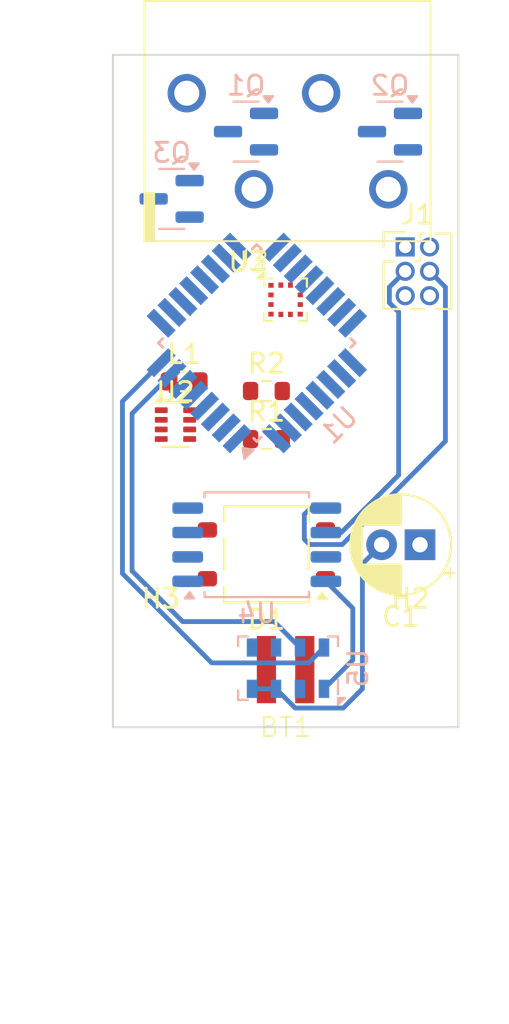
<source format=kicad_pcb>
(kicad_pcb (version 20240108) (generator "pcbnew") (generator_version "8.0")
  (layers (0 "F.Cu" signal) (31 "B.Cu" signal) (34 "B.Paste" user) (35 "F.Paste" user) (36 "B.SilkS" user "B.Silkscreen") (37 "F.SilkS" user "F.Silkscreen") (38 "B.Mask" user) (39 "F.Mask" user) (44 "Edge.Cuts" user))
  (net 0 "")
  (net 1 "V_{cc}")
  (net 2 "GND")
  (net 3 "MISO")
  (net 4 "SCK")
  (net 5 "MOSI")
  (net 6 "~{RESET}")
  (net 7 "c0")
  (net 8 "c1")
  (net 9 "c2")
  (net 10 "Net-(U2-SW)")
  (net 11 "t0")
  (net 12 "t1")
  (net 13 "t2")
  (net 14 "V_{reg}")
  (net 23 "FCS")
  (net 33 "Net-(U2-FB)")
  (net 34 "SDA")
  (net 41 "SCL")
  (net 46 "Net-(BT1--)")
  (net 47 "Net-(BT1-+)")
  (footprint "Capacitor_THT:CP_Radial_D5.0mm_P2.00mm" (layer "F.Cu") (at 222 99.25 180)
    (property "Reference" "C1" (at 1 -3.75 180) (layer "F.SilkS"))
    (property "Value" "220u")
    (fp_line (start 3.601 -0.284) (end 3.601 0.284) (stroke (width 0.12)) (layer "F.SilkS"))
    (fp_line (start 3.561 -0.518) (end 3.561 0.518) (stroke (width 0.12)) (layer "F.SilkS"))
    (fp_line (start 3.521 -0.677) (end 3.521 0.677) (stroke (width 0.12)) (layer "F.SilkS"))
    (fp_line (start 3.481 -0.805) (end 3.481 0.805) (stroke (width 0.12)) (layer "F.SilkS"))
    (fp_line (start 3.441 -0.915) (end 3.441 0.915) (stroke (width 0.12)) (layer "F.SilkS"))
    (fp_line (start 3.401 -1.011) (end 3.401 1.011) (stroke (width 0.12)) (layer "F.SilkS"))
    (fp_line (start 3.361 -1.098) (end 3.361 1.098) (stroke (width 0.12)) (layer "F.SilkS"))
    (fp_line (start 3.321 -1.178) (end 3.321 1.178) (stroke (width 0.12)) (layer "F.SilkS"))
    (fp_line (start 3.281 -1.251) (end 3.281 1.251) (stroke (width 0.12)) (layer "F.SilkS"))
    (fp_line (start 3.241 -1.319) (end 3.241 1.319) (stroke (width 0.12)) (layer "F.SilkS"))
    (fp_line (start 3.201 -1.383) (end 3.201 1.383) (stroke (width 0.12)) (layer "F.SilkS"))
    (fp_line (start 3.161 -1.443) (end 3.161 1.443) (stroke (width 0.12)) (layer "F.SilkS"))
    (fp_line (start 3.121 -1.5) (end 3.121 1.5) (stroke (width 0.12)) (layer "F.SilkS"))
    (fp_line (start 3.081 -1.554) (end 3.081 1.554) (stroke (width 0.12)) (layer "F.SilkS"))
    (fp_line (start 3.041 -1.605) (end 3.041 1.605) (stroke (width 0.12)) (layer "F.SilkS"))
    (fp_line (start 3.001 1.04) (end 3.001 1.653) (stroke (width 0.12)) (layer "F.SilkS"))
    (fp_line (start 3.001 -1.653) (end 3.001 -1.04) (stroke (width 0.12)) (layer "F.SilkS"))
    (fp_line (start 2.961 1.04) (end 2.961 1.699) (stroke (width 0.12)) (layer "F.SilkS"))
    (fp_line (start 2.961 -1.699) (end 2.961 -1.04) (stroke (width 0.12)) (layer "F.SilkS"))
    (fp_line (start 2.921 1.04) (end 2.921 1.743) (stroke (width 0.12)) (layer "F.SilkS"))
    (fp_line (start 2.921 -1.743) (end 2.921 -1.04) (stroke (width 0.12)) (layer "F.SilkS"))
    (fp_line (start 2.881 1.04) (end 2.881 1.785) (stroke (width 0.12)) (layer "F.SilkS"))
    (fp_line (start 2.881 -1.785) (end 2.881 -1.04) (stroke (width 0.12)) (layer "F.SilkS"))
    (fp_line (start 2.841 1.04) (end 2.841 1.826) (stroke (width 0.12)) (layer "F.SilkS"))
    (fp_line (start 2.841 -1.826) (end 2.841 -1.04) (stroke (width 0.12)) (layer "F.SilkS"))
    (fp_line (start 2.801 1.04) (end 2.801 1.864) (stroke (width 0.12)) (layer "F.SilkS"))
    (fp_line (start 2.801 -1.864) (end 2.801 -1.04) (stroke (width 0.12)) (layer "F.SilkS"))
    (fp_line (start 2.761 1.04) (end 2.761 1.901) (stroke (width 0.12)) (layer "F.SilkS"))
    (fp_line (start 2.761 -1.901) (end 2.761 -1.04) (stroke (width 0.12)) (layer "F.SilkS"))
    (fp_line (start 2.721 1.04) (end 2.721 1.937) (stroke (width 0.12)) (layer "F.SilkS"))
    (fp_line (start 2.721 -1.937) (end 2.721 -1.04) (stroke (width 0.12)) (layer "F.SilkS"))
    (fp_line (start 2.681 1.04) (end 2.681 1.971) (stroke (width 0.12)) (layer "F.SilkS"))
    (fp_line (start 2.681 -1.971) (end 2.681 -1.04) (stroke (width 0.12)) (layer "F.SilkS"))
    (fp_line (start 2.641 1.04) (end 2.641 2.004) (stroke (width 0.12)) (layer "F.SilkS"))
    (fp_line (start 2.641 -2.004) (end 2.641 -1.04) (stroke (width 0.12)) (layer "F.SilkS"))
    (fp_line (start 2.601 1.04) (end 2.601 2.035) (stroke (width 0.12)) (layer "F.SilkS"))
    (fp_line (start 2.601 -2.035) (end 2.601 -1.04) (stroke (width 0.12)) (layer "F.SilkS"))
    (fp_line (start 2.561 1.04) (end 2.561 2.065) (stroke (width 0.12)) (layer "F.SilkS"))
    (fp_line (start 2.561 -2.065) (end 2.561 -1.04) (stroke (width 0.12)) (layer "F.SilkS"))
    (fp_line (start 2.521 1.04) (end 2.521 2.095) (stroke (width 0.12)) (layer "F.SilkS"))
    (fp_line (start 2.521 -2.095) (end 2.521 -1.04) (stroke (width 0.12)) (layer "F.SilkS"))
    (fp_line (start 2.481 1.04) (end 2.481 2.122) (stroke (width 0.12)) (layer "F.SilkS"))
    (fp_line (start 2.481 -2.122) (end 2.481 -1.04) (stroke (width 0.12)) (layer "F.SilkS"))
    (fp_line (start 2.441 1.04) (end 2.441 2.149) (stroke (width 0.12)) (layer "F.SilkS"))
    (fp_line (start 2.441 -2.149) (end 2.441 -1.04) (stroke (width 0.12)) (layer "F.SilkS"))
    (fp_line (start 2.401 1.04) (end 2.401 2.175) (stroke (width 0.12)) (layer "F.SilkS"))
    (fp_line (start 2.401 -2.175) (end 2.401 -1.04) (stroke (width 0.12)) (layer "F.SilkS"))
    (fp_line (start 2.361 1.04) (end 2.361 2.2) (stroke (width 0.12)) (layer "F.SilkS"))
    (fp_line (start 2.361 -2.2) (end 2.361 -1.04) (stroke (width 0.12)) (layer "F.SilkS"))
    (fp_line (start 2.321 1.04) (end 2.321 2.224) (stroke (width 0.12)) (layer "F.SilkS"))
    (fp_line (start 2.321 -2.224) (end 2.321 -1.04) (stroke (width 0.12)) (layer "F.SilkS"))
    (fp_line (start 2.281 1.04) (end 2.281 2.247) (stroke (width 0.12)) (layer "F.SilkS"))
    (fp_line (start 2.281 -2.247) (end 2.281 -1.04) (stroke (width 0.12)) (layer "F.SilkS"))
    (fp_line (start 2.241 1.04) (end 2.241 2.268) (stroke (width 0.12)) (layer "F.SilkS"))
    (fp_line (start 2.241 -2.268) (end 2.241 -1.04) (stroke (width 0.12)) (layer "F.SilkS"))
    (fp_line (start 2.201 1.04) (end 2.201 2.29) (stroke (width 0.12)) (layer "F.SilkS"))
    (fp_line (start 2.201 -2.29) (end 2.201 -1.04) (stroke (width 0.12)) (layer "F.SilkS"))
    (fp_line (start 2.161 1.04) (end 2.161 2.31) (stroke (width 0.12)) (layer "F.SilkS"))
    (fp_line (start 2.161 -2.31) (end 2.161 -1.04) (stroke (width 0.12)) (layer "F.SilkS"))
    (fp_line (start 2.121 1.04) (end 2.121 2.329) (stroke (width 0.12)) (layer "F.SilkS"))
    (fp_line (start 2.121 -2.329) (end 2.121 -1.04) (stroke (width 0.12)) (layer "F.SilkS"))
    (fp_line (start 2.081 1.04) (end 2.081 2.348) (stroke (width 0.12)) (layer "F.SilkS"))
    (fp_line (start 2.081 -2.348) (end 2.081 -1.04) (stroke (width 0.12)) (layer "F.SilkS"))
    (fp_line (start 2.041 1.04) (end 2.041 2.365) (stroke (width 0.12)) (layer "F.SilkS"))
    (fp_line (start 2.041 -2.365) (end 2.041 -1.04) (stroke (width 0.12)) (layer "F.SilkS"))
    (fp_line (start 2.001 1.04) (end 2.001 2.382) (stroke (width 0.12)) (layer "F.SilkS"))
    (fp_line (start 2.001 -2.382) (end 2.001 -1.04) (stroke (width 0.12)) (layer "F.SilkS"))
    (fp_line (start 1.961 1.04) (end 1.961 2.398) (stroke (width 0.12)) (layer "F.SilkS"))
    (fp_line (start 1.961 -2.398) (end 1.961 -1.04) (stroke (width 0.12)) (layer "F.SilkS"))
    (fp_line (start 1.921 1.04) (end 1.921 2.414) (stroke (width 0.12)) (layer "F.SilkS"))
    (fp_line (start 1.921 -2.414) (end 1.921 -1.04) (stroke (width 0.12)) (layer "F.SilkS"))
    (fp_line (start 1.881 1.04) (end 1.881 2.428) (stroke (width 0.12)) (layer "F.SilkS"))
    (fp_line (start 1.881 -2.428) (end 1.881 -1.04) (stroke (width 0.12)) (layer "F.SilkS"))
    (fp_line (start 1.841 1.04) (end 1.841 2.442) (stroke (width 0.12)) (layer "F.SilkS"))
    (fp_line (start 1.841 -2.442) (end 1.841 -1.04) (stroke (width 0.12)) (layer "F.SilkS"))
    (fp_line (start 1.801 1.04) (end 1.801 2.455) (stroke (width 0.12)) (layer "F.SilkS"))
    (fp_line (start 1.801 -2.455) (end 1.801 -1.04) (stroke (width 0.12)) (layer "F.SilkS"))
    (fp_line (start 1.761 1.04) (end 1.761 2.468) (stroke (width 0.12)) (layer "F.SilkS"))
    (fp_line (start 1.761 -2.468) (end 1.761 -1.04) (stroke (width 0.12)) (layer "F.SilkS"))
    (fp_line (start 1.721 1.04) (end 1.721 2.48) (stroke (width 0.12)) (layer "F.SilkS"))
    (fp_line (start 1.721 -2.48) (end 1.721 -1.04) (stroke (width 0.12)) (layer "F.SilkS"))
    (fp_line (start 1.68 1.04) (end 1.68 2.491) (stroke (width 0.12)) (layer "F.SilkS"))
    (fp_line (start 1.68 -2.491) (end 1.68 -1.04) (stroke (width 0.12)) (layer "F.SilkS"))
    (fp_line (start 1.64 1.04) (end 1.64 2.501) (stroke (width 0.12)) (layer "F.SilkS"))
    (fp_line (start 1.64 -2.501) (end 1.64 -1.04) (stroke (width 0.12)) (layer "F.SilkS"))
    (fp_line (start 1.6 1.04) (end 1.6 2.511) (stroke (width 0.12)) (layer "F.SilkS"))
    (fp_line (start 1.6 -2.511) (end 1.6 -1.04) (stroke (width 0.12)) (layer "F.SilkS"))
    (fp_line (start 1.56 1.04) (end 1.56 2.52) (stroke (width 0.12)) (layer "F.SilkS"))
    (fp_line (start 1.56 -2.52) (end 1.56 -1.04) (stroke (width 0.12)) (layer "F.SilkS"))
    (fp_line (start 1.52 1.04) (end 1.52 2.528) (stroke (width 0.12)) (layer "F.SilkS"))
    (fp_line (start 1.52 -2.528) (end 1.52 -1.04) (stroke (width 0.12)) (layer "F.SilkS"))
    (fp_line (start 1.48 1.04) (end 1.48 2.536) (stroke (width 0.12)) (layer "F.SilkS"))
    (fp_line (start 1.48 -2.536) (end 1.48 -1.04) (stroke (width 0.12)) (layer "F.SilkS"))
    (fp_line (start 1.44 1.04) (end 1.44 2.543) (stroke (width 0.12)) (layer "F.SilkS"))
    (fp_line (start 1.44 -2.543) (end 1.44 -1.04) (stroke (width 0.12)) (layer "F.SilkS"))
    (fp_line (start 1.4 1.04) (end 1.4 2.55) (stroke (width 0.12)) (layer "F.SilkS"))
    (fp_line (start 1.4 -2.55) (end 1.4 -1.04) (stroke (width 0.12)) (layer "F.SilkS"))
    (fp_line (start 1.36 1.04) (end 1.36 2.556) (stroke (width 0.12)) (layer "F.SilkS"))
    (fp_line (start 1.36 -2.556) (end 1.36 -1.04) (stroke (width 0.12)) (layer "F.SilkS"))
    (fp_line (start 1.32 1.04) (end 1.32 2.561) (stroke (width 0.12)) (layer "F.SilkS"))
    (fp_line (start 1.32 -2.561) (end 1.32 -1.04) (stroke (width 0.12)) (layer "F.SilkS"))
    (fp_line (start 1.28 1.04) (end 1.28 2.565) (stroke (width 0.12)) (layer "F.SilkS"))
    (fp_line (start 1.28 -2.565) (end 1.28 -1.04) (stroke (width 0.12)) (layer "F.SilkS"))
    (fp_line (start 1.24 1.04) (end 1.24 2.569) (stroke (width 0.12)) (layer "F.SilkS"))
    (fp_line (start 1.24 -2.569) (end 1.24 -1.04) (stroke (width 0.12)) (layer "F.SilkS"))
    (fp_line (start 1.2 1.04) (end 1.2 2.573) (stroke (width 0.12)) (layer "F.SilkS"))
    (fp_line (start 1.2 -2.573) (end 1.2 -1.04) (stroke (width 0.12)) (layer "F.SilkS"))
    (fp_line (start 1.16 1.04) (end 1.16 2.576) (stroke (width 0.12)) (layer "F.SilkS"))
    (fp_line (start 1.16 -2.576) (end 1.16 -1.04) (stroke (width 0.12)) (layer "F.SilkS"))
    (fp_line (start 1.12 1.04) (end 1.12 2.578) (stroke (width 0.12)) (layer "F.SilkS"))
    (fp_line (start 1.12 -2.578) (end 1.12 -1.04) (stroke (width 0.12)) (layer "F.SilkS"))
    (fp_line (start 1.08 1.04) (end 1.08 2.579) (stroke (width 0.12)) (layer "F.SilkS"))
    (fp_line (start 1.08 -2.579) (end 1.08 -1.04) (stroke (width 0.12)) (layer "F.SilkS"))
    (fp_line (start 1.04 1.04) (end 1.04 2.58) (stroke (width 0.12)) (layer "F.SilkS"))
    (fp_line (start 1.04 -2.58) (end 1.04 -1.04) (stroke (width 0.12)) (layer "F.SilkS"))
    (fp_line (start 1 1.04) (end 1 2.58) (stroke (width 0.12)) (layer "F.SilkS"))
    (fp_line (start 1 -2.58) (end 1 -1.04) (stroke (width 0.12)) (layer "F.SilkS"))
    (fp_line (start -1.554775 -1.725) (end -1.554775 -1.225) (stroke (width 0.12)) (layer "F.SilkS"))
    (fp_line (start -1.804775 -1.475) (end -1.304775 -1.475) (stroke (width 0.12)) (layer "F.SilkS"))
    (fp_circle (center 1 0) (end 3.62 0) (stroke (width 0.12)) (fill none) (layer "F.SilkS"))
    (pad "1" thru_hole rect (at 0 0 180) (size 1.6 1.6) (drill 0.8) (layers "*.Cu" "*.Mask") (net 1 "V_{cc}"))
    (pad "2" thru_hole circle (at 2 0 180) (size 1.6 1.6) (drill 0.8) (layers "*.Cu" "*.Mask") (net 2 "GND"))
  )
  (footprint "Package_TO_SOT_SMD:TO-269AA" (layer "F.Cu") (at 214 99.75 180)
    (property "Reference" "D1" (at 0 -3.4 180) (layer "F.SilkS"))
    (property "Value" "MB6S")
    (fp_line (start 2.2 2.5) (end -2.2 2.5) (stroke (width 0.12)) (layer "F.SilkS"))
    (fp_line (start 2.2 1.7) (end 2.2 2.5) (stroke (width 0.12)) (layer "F.SilkS"))
    (fp_line (start 2.2 -0.8) (end 2.2 0.8) (stroke (width 0.12)) (layer "F.SilkS"))
    (fp_line (start 2.2 -1.7) (end 2.2 -2.5) (stroke (width 0.12)) (layer "F.SilkS"))
    (fp_line (start 2.2 -2.5) (end -2.2 -2.5) (stroke (width 0.12)) (layer "F.SilkS"))
    (fp_line (start -2.2 2.5) (end -2.2 1.7) (stroke (width 0.12)) (layer "F.SilkS"))
    (fp_line (start -2.2 -0.8) (end -2.2 0.8) (stroke (width 0.12)) (layer "F.SilkS"))
    (fp_line (start -2.2 -2.5) (end -2.2 -2) (stroke (width 0.12)) (layer "F.SilkS"))
    (fp_poly (pts (xy -2.9 -2) (xy -3.14 -2.33) (xy -2.66 -2.33) (xy -2.9 -2)) (stroke (width 0.12)) (fill solid) (layer "F.SilkS"))
    (pad "1" smd roundrect (at -3.075 -1.27 180) (size 1 0.8) (layers "F.Cu" "F.Paste" "F.Mask") (net 46 "Net-(BT1--)"))
    (pad "2" smd roundrect (at -3.075 1.27 180) (size 1 0.8) (layers "F.Cu" "F.Paste" "F.Mask") (net 47 "Net-(BT1-+)"))
    (pad "3" smd roundrect (at 3.075 1.27 180) (size 1 0.8) (layers "F.Cu" "F.Paste" "F.Mask") (net 1 "V_{cc}"))
    (pad "4" smd roundrect (at 3.075 -1.27 180) (size 1 0.8) (layers "F.Cu" "F.Paste" "F.Mask") (net 2 "GND"))
  )
  (footprint "locals:TE Right Angle JST" (layer "F.Cu") (at 214 105.75)
    (property "Reference" "BT1" (at 1 3 0) (layer "F.SilkS") (effects (font (thickness 0.1))))
    (property "Value" "External")
    (pad "1" smd rect (at 0 0) (size 1 3.5) (layers "F.Cu" "F.Paste" "F.Mask") (net 47 "Net-(BT1-+)"))
    (pad "2" smd rect (at 2 0) (size 1 3.5) (layers "F.Cu" "F.Paste" "F.Mask") (net 46 "Net-(BT1--)"))
  )
  (footprint "Connector_PinHeader_1.27mm:PinHeader_2x03_P1.27mm_Vertical" (layer "F.Cu") (at 221.23 83.75)
    (property "Reference" "J1" (at 0.635 -1.695 0) (layer "F.SilkS"))
    (property "Value" "AVR-ISP-6")
    (fp_line (start -1.13 -0.76) (end 0 -0.76) (stroke (width 0.12)) (layer "F.SilkS"))
    (fp_line (start -1.13 0) (end -1.13 -0.76) (stroke (width 0.12)) (layer "F.SilkS"))
    (fp_line (start -1.13 0.76) (end -1.13 3.235) (stroke (width 0.12)) (layer "F.SilkS"))
    (fp_line (start -1.13 0.76) (end -0.563471 0.76) (stroke (width 0.12)) (layer "F.SilkS"))
    (fp_line (start -1.13 3.235) (end -0.30753 3.235) (stroke (width 0.12)) (layer "F.SilkS"))
    (fp_line (start 0.30753 3.235) (end 0.96247 3.235) (stroke (width 0.12)) (layer "F.SilkS"))
    (fp_line (start 0.563471 0.76) (end 0.706529 0.76) (stroke (width 0.12)) (layer "F.SilkS"))
    (fp_line (start 0.76 -0.695) (end 0.96247 -0.695) (stroke (width 0.12)) (layer "F.SilkS"))
    (fp_line (start 0.76 -0.563471) (end 0.76 -0.695) (stroke (width 0.12)) (layer "F.SilkS"))
    (fp_line (start 0.76 0.706529) (end 0.76 0.563471) (stroke (width 0.12)) (layer "F.SilkS"))
    (fp_line (start 1.57753 -0.695) (end 2.4 -0.695) (stroke (width 0.12)) (layer "F.SilkS"))
    (fp_line (start 1.57753 3.235) (end 2.4 3.235) (stroke (width 0.12)) (layer "F.SilkS"))
    (fp_line (start 2.4 -0.695) (end 2.4 3.235) (stroke (width 0.12)) (layer "F.SilkS"))
    (pad "1" thru_hole rect (at 0 0) (size 1 1) (drill 0.65) (layers "*.Cu" "*.Mask") (net 3 "MISO"))
    (pad "2" thru_hole oval (at 1.27 0) (size 1 1) (drill 0.65) (layers "*.Cu" "*.Mask") (net 2 "GND"))
    (pad "3" thru_hole oval (at 0 1.27) (size 1 1) (drill 0.65) (layers "*.Cu" "*.Mask") (net 4 "SCK"))
    (pad "4" thru_hole oval (at 1.27 1.27) (size 1 1) (drill 0.65) (layers "*.Cu" "*.Mask") (net 5 "MOSI"))
    (pad "5" thru_hole oval (at 0 2.54) (size 1 1) (drill 0.65) (layers "*.Cu" "*.Mask") (net 6 "~{RESET}"))
    (pad "6" thru_hole oval (at 1.27 2.54) (size 1 1) (drill 0.65) (layers "*.Cu" "*.Mask") (net 1 "V_{cc}"))
  )
  (footprint "locals:TE_1-2834019-4" (layer "F.Cu") (at 207.65 83.45)
    (property "Reference" "J2" (at 5.625 1 0) (layer "F.SilkS") (effects (font (thickness 0.1))))
    (property "Value" "Conn_01x04_Socket")
    (fp_rect (start 0 -12.5) (end 14.9 0) (stroke (width 0.1)) (fill none) (layer "F.SilkS"))
    (fp_rect (start 0 -2.5) (end 0.5 0) (stroke (width 0.1)) (fill solid) (layer "F.SilkS"))
    (pad "1" thru_hole circle (at 2.2 -7.7) (size 2 2) (drill 1.3) (layers "*.Cu" "*.Mask") (net 7 "c0"))
    (pad "2" thru_hole circle (at 5.7 -2.7) (size 2 2) (drill 1.3) (layers "*.Cu" "*.Mask") (net 8 "c1"))
    (pad "3" thru_hole circle (at 9.2 -7.7) (size 2 2) (drill 1.3) (layers "*.Cu" "*.Mask") (net 9 "c2"))
    (pad "4" thru_hole circle (at 12.7 -2.7) (size 2 2) (drill 1.3) (layers "*.Cu" "*.Mask") (net 2 "GND"))
  )
  (footprint "Package_TO_SOT_SMD:SOT-583-8" (layer "F.Cu") (at 209.26 93)
    (property "Reference" "U2" (at 0 -1.7 0) (layer "F.SilkS"))
    (property "Value" "TPS61033")
    (fp_line (start 0.65 -1.16) (end -0.4 -1.16) (stroke (width 0.12)) (layer "F.SilkS"))
    (fp_line (start 0.65 1.16) (end -0.65 1.16) (stroke (width 0.12)) (layer "F.SilkS"))
    (fp_poly (pts (xy -0.76 -1.16) (xy -1.04 -1.16) (xy -0.76 -1.44) (xy -0.76 -1.16)) (stroke (width 0.12)) (fill solid) (layer "F.SilkS"))
    (pad "1" smd roundrect (at -0.74 -0.75) (size 0.67 0.3) (layers "F.Cu" "F.Paste" "F.Mask") (roundrect_rratio 0.1666666667) (net 1 "V_{cc}"))
    (pad "2" smd roundrect (at -0.74 -0.25) (size 0.67 0.3) (layers "F.Cu" "F.Paste" "F.Mask") (roundrect_rratio 0.1666666667) (net 1 "V_{cc}"))
    (pad "3" smd roundrect (at -0.74 0.25) (size 0.67 0.3) (layers "F.Cu" "F.Paste" "F.Mask") (roundrect_rratio 0.1666666667) (net 1 "V_{cc}"))
    (pad "4" smd roundrect (at -0.74 0.75) (size 0.67 0.3) (layers "F.Cu" "F.Paste" "F.Mask") (roundrect_rratio 0.1666666667) (net 14 "V_{reg}"))
    (pad "5" smd roundrect (at 0.74 0.75) (size 0.67 0.3) (layers "F.Cu" "F.Paste" "F.Mask") (roundrect_rratio 0.1666666667) (net 33 "Net-(U2-FB)"))
    (pad "6" smd roundrect (at 0.74 0.25) (size 0.67 0.3) (layers "F.Cu" "F.Paste" "F.Mask") (roundrect_rratio 0.1666666667) (net 2 "GND"))
    (pad "7" smd roundrect (at 0.74 -0.25) (size 0.67 0.3) (layers "F.Cu" "F.Paste" "F.Mask") (roundrect_rratio 0.1666666667) (net 10 "Net-(U2-SW)"))
    (pad "8" smd roundrect (at 0.74 -0.75) (size 0.67 0.3) (layers "F.Cu" "F.Paste" "F.Mask") (roundrect_rratio 0.1666666667) (net 14 "V_{reg}"))
  )
  (footprint "Inductor_SMD:L_0603_1608Metric" (layer "F.Cu") (at 209.7125 90.75)
    (property "Reference" "L1" (at 0 -1.43 0) (layer "F.SilkS"))
    (property "Value" "0.47u")
    (fp_line (start -0.162779 -0.51) (end 0.162779 -0.51) (stroke (width 0.12)) (layer "F.SilkS"))
    (fp_line (start -0.162779 0.51) (end 0.162779 0.51) (stroke (width 0.12)) (layer "F.SilkS"))
    (pad "1" smd roundrect (at -0.7875 0) (size 0.875 0.95) (layers "F.Cu" "F.Paste" "F.Mask") (net 10 "Net-(U2-SW)"))
    (pad "2" smd roundrect (at 0.7875 0) (size 0.875 0.95) (layers "F.Cu" "F.Paste" "F.Mask") (net 1 "V_{cc}"))
  )
  (footprint "MountingHole:MountingHole_3.2mm_M3" (layer "F.Cu") (at 208.5 106.25)
    (property "Reference" "H3" (at 0 -4.2 0) (layer "F.SilkS"))
    (property "Value" "MountingHole")
    (pad "" np_thru_hole circle (at 0 0) (size 3.2 3.2) (drill 3.2) (layers "*.Cu" "*.Mask"))
  )
  (footprint "Package_LGA:Kionix_LGA-12_2x2mm_P0.5mm_LayoutBorder2x4y" (layer "F.Cu") (at 215 86.5)
    (property "Reference" "U3" (at -1.975 -1.95 0) (layer "F.SilkS"))
    (property "Value" "MC3416")
    (fp_line (start -1.11 -0.685) (end -1.11 -0.91) (stroke (width 0.12)) (layer "F.SilkS"))
    (fp_line (start -1.11 0.685) (end -1.11 1.11) (stroke (width 0.12)) (layer "F.SilkS"))
    (fp_line (start -0.685 -1.11) (end -0.91 -1.11) (stroke (width 0.12)) (layer "F.SilkS"))
    (fp_line (start -0.685 1.11) (end -1.11 1.11) (stroke (width 0.12)) (layer "F.SilkS"))
    (fp_line (start 0.685 -1.11) (end 1.11 -1.11) (stroke (width 0.12)) (layer "F.SilkS"))
    (fp_line (start 0.685 1.11) (end 1.11 1.11) (stroke (width 0.12)) (layer "F.SilkS"))
    (fp_line (start 1.11 -0.685) (end 1.11 -1.11) (stroke (width 0.12)) (layer "F.SilkS"))
    (fp_line (start 1.11 1.11) (end 1.11 0.685) (stroke (width 0.12)) (layer "F.SilkS"))
    (fp_poly (pts (xy -1.11 -1.11) (xy -1.47 -1.11) (xy -1.11 -1.47) (xy -1.11 -1.11)) (stroke (width 0.12)) (fill solid) (layer "F.SilkS"))
    (pad "1" smd rect (at -0.7625 -0.75) (size 0.275 0.25) (layers "F.Cu" "F.Paste" "F.Mask") (net 2 "GND"))
    (pad "2" smd rect (at -0.7625 -0.25) (size 0.275 0.25) (layers "F.Cu" "F.Paste" "F.Mask") (net 34 "SDA"))
    (pad "3" smd rect (at -0.7625 0.25) (size 0.275 0.25) (layers "F.Cu" "F.Paste" "F.Mask") (net 14 "V_{reg}"))
    (pad "4" smd rect (at -0.7625 0.75) (size 0.275 0.25) (layers "F.Cu" "F.Paste" "F.Mask"))
    (pad "5" smd rect (at -0.25 0.7625) (size 0.25 0.275) (layers "F.Cu" "F.Paste" "F.Mask") (net 14 "V_{reg}"))
    (pad "6" smd rect (at 0.25 0.7625) (size 0.25 0.275) (layers "F.Cu" "F.Paste" "F.Mask"))
    (pad "7" smd rect (at 0.7625 0.75) (size 0.275 0.25) (layers "F.Cu" "F.Paste" "F.Mask"))
    (pad "8" smd rect (at 0.7625 0.25) (size 0.275 0.25) (layers "F.Cu" "F.Paste" "F.Mask"))
    (pad "9" smd rect (at 0.7625 -0.25) (size 0.275 0.25) (layers "F.Cu" "F.Paste" "F.Mask") (net 2 "GND"))
    (pad "10" smd rect (at 0.7625 -0.75) (size 0.275 0.25) (layers "F.Cu" "F.Paste" "F.Mask"))
    (pad "11" smd rect (at 0.25 -0.7625) (size 0.25 0.275) (layers "F.Cu" "F.Paste" "F.Mask"))
    (pad "12" smd rect (at -0.25 -0.7625) (size 0.25 0.275) (layers "F.Cu" "F.Paste" "F.Mask") (net 41 "SCL"))
  )
  (footprint "Resistor_SMD:R_0603_1608Metric" (layer "F.Cu") (at 214 93.75)
    (property "Reference" "R1" (at 0 -1.43 0) (layer "F.SilkS"))
    (property "Value" "5.36k")
    (fp_line (start -0.237258 -0.5225) (end 0.237258 -0.5225) (stroke (width 0.12)) (layer "F.SilkS"))
    (fp_line (start -0.237258 0.5225) (end 0.237258 0.5225) (stroke (width 0.12)) (layer "F.SilkS"))
    (pad "1" smd roundrect (at -0.825 0) (size 0.8 0.95) (layers "F.Cu" "F.Paste" "F.Mask") (net 14 "V_{reg}"))
    (pad "2" smd roundrect (at 0.825 0) (size 0.8 0.95) (layers "F.Cu" "F.Paste" "F.Mask") (net 33 "Net-(U2-FB)"))
  )
  (footprint "MountingHole:MountingHole_3.2mm_M3" (layer "F.Cu") (at 221.5 106.25)
    (property "Reference" "H2" (at 0 -4.2 0) (layer "F.SilkS"))
    (property "Value" "MountingHole")
    (pad "" np_thru_hole circle (at 0 0) (size 3.2 3.2) (drill 3.2) (layers "*.Cu" "*.Mask"))
  )
  (footprint "Resistor_SMD:R_0603_1608Metric" (layer "F.Cu") (at 214 91.25)
    (property "Reference" "R2" (at 0 -1.43 0) (layer "F.SilkS"))
    (property "Value" "1.2k")
    (fp_line (start -0.237258 -0.5225) (end 0.237258 -0.5225) (stroke (width 0.12)) (layer "F.SilkS"))
    (fp_line (start -0.237258 0.5225) (end 0.237258 0.5225) (stroke (width 0.12)) (layer "F.SilkS"))
    (pad "1" smd roundrect (at -0.825 0) (size 0.8 0.95) (layers "F.Cu" "F.Paste" "F.Mask") (net 33 "Net-(U2-FB)"))
    (pad "2" smd roundrect (at 0.825 0) (size 0.8 0.95) (layers "F.Cu" "F.Paste" "F.Mask") (net 2 "GND"))
  )
  (footprint "Package_TO_SOT_SMD:SOT-23" (layer "B.Cu") (at 220.4375 77.75 180)
    (property "Reference" "Q2" (at 0 2.4 180) (layer "B.SilkS") (effects (justify mirror)))
    (property "Value" "2N7002")
    (fp_line (start 0.65 1.56) (end 0 1.56) (stroke (width 0.12)) (layer "B.SilkS"))
    (fp_line (start 0.65 -1.56) (end 0 -1.56) (stroke (width 0.12)) (layer "B.SilkS"))
    (fp_line (start -0.65 1.56) (end 0 1.56) (stroke (width 0.12)) (layer "B.SilkS"))
    (fp_line (start -0.65 -1.56) (end 0 -1.56) (stroke (width 0.12)) (layer "B.SilkS"))
    (fp_poly (pts (xy -1.1625 1.51) (xy -1.4025 1.84) (xy -0.9225 1.84) (xy -1.1625 1.51)) (stroke (width 0.12)) (fill solid) (layer "B.SilkS"))
    (pad "1" smd roundrect (at -0.9375 0.95 180) (size 1.475 0.6) (layers "B.Cu" "B.Paste" "B.Mask") (net 12 "t1"))
    (pad "2" smd roundrect (at -0.9375 -0.95 180) (size 1.475 0.6) (layers "B.Cu" "B.Paste" "B.Mask") (net 8 "c1"))
    (pad "3" smd roundrect (at 0.9375 0 180) (size 1.475 0.6) (layers "B.Cu" "B.Paste" "B.Mask") (net 1 "V_{cc}"))
  )
  (footprint "Package_TO_SOT_SMD:SOT-23" (layer "B.Cu") (at 209.0625 81.25 180)
    (property "Reference" "Q3" (at 0 2.4 180) (layer "B.SilkS") (effects (justify mirror)))
    (property "Value" "2N7002")
    (fp_line (start 0.65 1.56) (end 0 1.56) (stroke (width 0.12)) (layer "B.SilkS"))
    (fp_line (start 0.65 -1.56) (end 0 -1.56) (stroke (width 0.12)) (layer "B.SilkS"))
    (fp_line (start -0.65 1.56) (end 0 1.56) (stroke (width 0.12)) (layer "B.SilkS"))
    (fp_line (start -0.65 -1.56) (end 0 -1.56) (stroke (width 0.12)) (layer "B.SilkS"))
    (fp_poly (pts (xy -1.1625 1.51) (xy -1.4025 1.84) (xy -0.9225 1.84) (xy -1.1625 1.51)) (stroke (width 0.12)) (fill solid) (layer "B.SilkS"))
    (pad "1" smd roundrect (at -0.9375 0.95 180) (size 1.475 0.6) (layers "B.Cu" "B.Paste" "B.Mask") (net 13 "t2"))
    (pad "2" smd roundrect (at -0.9375 -0.95 180) (size 1.475 0.6) (layers "B.Cu" "B.Paste" "B.Mask") (net 9 "c2"))
    (pad "3" smd roundrect (at 0.9375 0 180) (size 1.475 0.6) (layers "B.Cu" "B.Paste" "B.Mask") (net 1 "V_{cc}"))
  )
  (footprint "Package_QFP:TQFP-32_7x7mm_P0.8mm" (layer "B.Cu") (at 213.5 88.75 45)
    (property "Reference" "U1" (at 0 6.05 45) (layer "B.SilkS") (effects (justify mirror)))
    (property "Value" "ATtiny48-A")
    (fp_line (start -3.299999 -3.625) (end -3.625 -3.625) (stroke (width 0.15)) (layer "B.SilkS"))
    (fp_line (start -3.625 -3.299999) (end -3.625 -3.625) (stroke (width 0.15)) (layer "B.SilkS"))
    (fp_line (start 3.299999 -3.625) (end 3.625 -3.625) (stroke (width 0.15)) (layer "B.SilkS"))
    (fp_line (start -3.625 3.4) (end -3.625 3.625) (stroke (width 0.15)) (layer "B.SilkS"))
    (fp_line (start 3.625 -3.299999) (end 3.625 -3.625) (stroke (width 0.15)) (layer "B.SilkS"))
    (fp_line (start -3.299999 3.625) (end -3.625 3.625) (stroke (width 0.15)) (layer "B.SilkS"))
    (fp_line (start 3.625 3.299999) (end 3.625 3.625) (stroke (width 0.15)) (layer "B.SilkS"))
    (fp_line (start 3.299999 3.625) (end 3.625 3.625) (stroke (width 0.15)) (layer "B.SilkS"))
    (fp_poly (pts (xy -4.39 3.34) (xy -4.73 3.81) (xy -4.05 3.81) (xy -4.39 3.34)) (stroke (width 0.12)) (fill solid) (layer "B.SilkS"))
    (pad "1" smd rect (at -4.25 2.8 45) (size 1.6 0.55) (layers "B.Cu" "B.Paste" "B.Mask"))
    (pad "2" smd rect (at -4.25 2 45) (size 1.6 0.55) (layers "B.Cu" "B.Paste" "B.Mask"))
    (pad "3" smd rect (at -4.25 1.2 45) (size 1.6 0.55) (layers "B.Cu" "B.Paste" "B.Mask"))
    (pad "4" smd rect (at -4.25 0.4 45) (size 1.6 0.55) (layers "B.Cu" "B.Paste" "B.Mask") (net 14 "V_{reg}"))
    (pad "5" smd rect (at -4.25 -0.4 45) (size 1.6 0.55) (layers "B.Cu" "B.Paste" "B.Mask") (net 2 "GND"))
    (pad "6" smd rect (at -4.25 -1.2 45) (size 1.6 0.55) (layers "B.Cu" "B.Paste" "B.Mask"))
    (pad "7" smd rect (at -4.25 -2 45) (size 1.6 0.55) (layers "B.Cu" "B.Paste" "B.Mask") (net 34 "SDA"))
    (pad "8" smd rect (at -4.25 -2.8 45) (size 1.6 0.55) (layers "B.Cu" "B.Paste" "B.Mask") (net 41 "SCL"))
    (pad "9" smd rect (at -2.8 -4.25 315) (size 1.6 0.55) (layers "B.Cu" "B.Paste" "B.Mask"))
    (pad "10" smd rect (at -2 -4.25 315) (size 1.6 0.55) (layers "B.Cu" "B.Paste" "B.Mask"))
    (pad "11" smd rect (at -1.2 -4.25 315) (size 1.6 0.55) (layers "B.Cu" "B.Paste" "B.Mask"))
    (pad "12" smd rect (at -0.4 -4.25 315) (size 1.6 0.55) (layers "B.Cu" "B.Paste" "B.Mask"))
    (pad "13" smd rect (at 0.4 -4.25 315) (size 1.6 0.55) (layers "B.Cu" "B.Paste" "B.Mask"))
    (pad "14" smd rect (at 1.2 -4.25 315) (size 1.6 0.55) (layers "B.Cu" "B.Paste" "B.Mask") (net 23 "FCS"))
    (pad "15" smd rect (at 2 -4.25 315) (size 1.6 0.55) (layers "B.Cu" "B.Paste" "B.Mask") (net 5 "MOSI"))
    (pad "16" smd rect (at 2.8 -4.25 315) (size 1.6 0.55) (layers "B.Cu" "B.Paste" "B.Mask") (net 3 "MISO"))
    (pad "17" smd rect (at 4.25 -2.8 45) (size 1.6 0.55) (layers "B.Cu" "B.Paste" "B.Mask") (net 4 "SCK"))
    (pad "18" smd rect (at 4.25 -2 45) (size 1.6 0.55) (layers "B.Cu" "B.Paste" "B.Mask") (net 14 "V_{reg}"))
    (pad "19" smd rect (at 4.25 -1.2 45) (size 1.6 0.55) (layers "B.Cu" "B.Paste" "B.Mask"))
    (pad "20" smd rect (at 4.25 -0.4 45) (size 1.6 0.55) (layers "B.Cu" "B.Paste" "B.Mask"))
    (pad "21" smd rect (at 4.25 0.4 45) (size 1.6 0.55) (layers "B.Cu" "B.Paste" "B.Mask") (net 2 "GND"))
    (pad "22" smd rect (at 4.25 1.2 45) (size 1.6 0.55) (layers "B.Cu" "B.Paste" "B.Mask"))
    (pad "23" smd rect (at 4.25 2 45) (size 1.6 0.55) (layers "B.Cu" "B.Paste" "B.Mask"))
    (pad "24" smd rect (at 4.25 2.8 45) (size 1.6 0.55) (layers "B.Cu" "B.Paste" "B.Mask"))
    (pad "25" smd rect (at 2.8 4.25 315) (size 1.6 0.55) (layers "B.Cu" "B.Paste" "B.Mask"))
    (pad "26" smd rect (at 2 4.25 315) (size 1.6 0.55) (layers "B.Cu" "B.Paste" "B.Mask"))
    (pad "27" smd rect (at 1.2 4.25 315) (size 1.6 0.55) (layers "B.Cu" "B.Paste" "B.Mask"))
    (pad "28" smd rect (at 0.4 4.25 315) (size 1.6 0.55) (layers "B.Cu" "B.Paste" "B.Mask"))
    (pad "29" smd rect (at -0.4 4.25 315) (size 1.6 0.55) (layers "B.Cu" "B.Paste" "B.Mask") (net 6 "~{RESET}"))
    (pad "30" smd rect (at -1.2 4.25 315) (size 1.6 0.55) (layers "B.Cu" "B.Paste" "B.Mask") (net 11 "t0"))
    (pad "31" smd rect (at -2 4.25 315) (size 1.6 0.55) (layers "B.Cu" "B.Paste" "B.Mask") (net 12 "t1"))
    (pad "32" smd rect (at -2.8 4.25 315) (size 1.6 0.55) (layers "B.Cu" "B.Paste" "B.Mask") (net 13 "t2"))
  )
  (footprint "Package_TO_SOT_SMD:SOT-23" (layer "B.Cu") (at 212.9375 77.75 180)
    (property "Reference" "Q1" (at 0 2.4 180) (layer "B.SilkS") (effects (justify mirror)))
    (property "Value" "2N7002")
    (fp_line (start 0.65 1.56) (end 0 1.56) (stroke (width 0.12)) (layer "B.SilkS"))
    (fp_line (start 0.65 -1.56) (end 0 -1.56) (stroke (width 0.12)) (layer "B.SilkS"))
    (fp_line (start -0.65 1.56) (end 0 1.56) (stroke (width 0.12)) (layer "B.SilkS"))
    (fp_line (start -0.65 -1.56) (end 0 -1.56) (stroke (width 0.12)) (layer "B.SilkS"))
    (fp_poly (pts (xy -1.1625 1.51) (xy -1.4025 1.84) (xy -0.9225 1.84) (xy -1.1625 1.51)) (stroke (width 0.12)) (fill solid) (layer "B.SilkS"))
    (pad "1" smd roundrect (at -0.9375 0.95 180) (size 1.475 0.6) (layers "B.Cu" "B.Paste" "B.Mask") (net 11 "t0"))
    (pad "2" smd roundrect (at -0.9375 -0.95 180) (size 1.475 0.6) (layers "B.Cu" "B.Paste" "B.Mask") (net 7 "c0"))
    (pad "3" smd roundrect (at 0.9375 0 180) (size 1.475 0.6) (layers "B.Cu" "B.Paste" "B.Mask") (net 1 "V_{cc}"))
  )
  (footprint "Package_LGA:LGA-8_3x5mm_P1.25mm" (layer "B.Cu") (at 215.125 105.675 90)
    (property "Reference" "U5" (at 0 3.65 270) (layer "B.SilkS") (effects (justify mirror)))
    (property "Value" "MS5607-02BA")
    (fp_line (start 1.65 -2.6) (end 1.65 -2.1) (stroke (width 0.12)) (layer "B.SilkS"))
    (fp_line (start 1.15 -2.6) (end 1.65 -2.6) (stroke (width 0.12)) (layer "B.SilkS"))
    (fp_line (start -1.65 -2.6) (end -1.15 -2.6) (stroke (width 0.12)) (layer "B.SilkS"))
    (fp_line (start -1.65 -2.1) (end -1.65 -2.6) (stroke (width 0.12)) (layer "B.SilkS"))
    (fp_line (start 1.65 2.1) (end 1.65 2.6) (stroke (width 0.12)) (layer "B.SilkS"))
    (fp_line (start 1.65 2.6) (end 1.15 2.6) (stroke (width 0.12)) (layer "B.SilkS"))
    (fp_line (start -0.6 2.6) (end -1.35 2.6) (stroke (width 0.12)) (layer "B.SilkS"))
    (fp_poly (pts (xy -1.55 2.6) (xy -1.91 2.6) (xy -1.55 2.96) (xy -1.55 2.6)) (stroke (width 0.12)) (fill solid) (layer "B.SilkS"))
    (pad "1" smd rect (at -1.075 1.875 90) (size 0.95 0.55) (layers "B.Cu" "B.Paste" "B.Mask") (net 14 "V_{reg}"))
    (pad "2" smd rect (at -1.075 0.625 90) (size 0.95 0.55) (layers "B.Cu" "B.Paste" "B.Mask") (net 14 "V_{reg}"))
    (pad "3" smd rect (at -1.075 -0.625 90) (size 0.95 0.55) (layers "B.Cu" "B.Paste" "B.Mask") (net 2 "GND"))
    (pad "4" smd rect (at -1.075 -1.875 90) (size 0.95 0.55) (layers "B.Cu" "B.Paste" "B.Mask") (net 2 "GND"))
    (pad "5" smd rect (at 1.075 -1.875 90) (size 0.95 0.55) (layers "B.Cu" "B.Paste" "B.Mask") (net 2 "GND"))
    (pad "6" smd rect (at 1.075 -0.625 90) (size 0.95 0.55) (layers "B.Cu" "B.Paste" "B.Mask"))
    (pad "7" smd rect (at 1.075 0.625 90) (size 0.95 0.55) (layers "B.Cu" "B.Paste" "B.Mask") (net 34 "SDA"))
    (pad "8" smd rect (at 1.075 1.875 90) (size 0.95 0.55) (layers "B.Cu" "B.Paste" "B.Mask") (net 41 "SCL"))
  )
  (footprint "Package_SO:SOIC-8_5.23x5.23mm_P1.27mm" (layer "B.Cu") (at 213.5 99.25)
    (property "Reference" "U4" (at 0 3.56 360) (layer "B.SilkS") (effects (justify mirror)))
    (property "Value" "W25Q128JVS")
    (fp_line (start -2.725 -2.725) (end 0 -2.725) (stroke (width 0.12)) (layer "B.SilkS"))
    (fp_line (start -2.725 -2.465) (end -2.725 -2.725) (stroke (width 0.12)) (layer "B.SilkS"))
    (fp_line (start -2.725 2.465) (end -2.725 2.725) (stroke (width 0.12)) (layer "B.SilkS"))
    (fp_line (start -2.725 2.725) (end 0 2.725) (stroke (width 0.12)) (layer "B.SilkS"))
    (fp_line (start 2.725 -2.725) (end 0 -2.725) (stroke (width 0.12)) (layer "B.SilkS"))
    (fp_line (start 2.725 -2.465) (end 2.725 -2.725) (stroke (width 0.12)) (layer "B.SilkS"))
    (fp_line (start 2.725 2.465) (end 2.725 2.725) (stroke (width 0.12)) (layer "B.SilkS"))
    (fp_line (start 2.725 2.725) (end 0 2.725) (stroke (width 0.12)) (layer "B.SilkS"))
    (fp_poly (pts (xy -3.5075 2.465) (xy -3.7475 2.795) (xy -3.2675 2.795) (xy -3.5075 2.465)) (stroke (width 0.12)) (fill solid) (layer "B.SilkS"))
    (pad "1" smd roundrect (at -3.6 1.905) (size 1.6 0.6) (layers "B.Cu" "B.Paste" "B.Mask") (net 23 "FCS"))
    (pad "2" smd roundrect (at -3.6 0.635) (size 1.6 0.6) (layers "B.Cu" "B.Paste" "B.Mask") (net 3 "MISO"))
    (pad "3" smd roundrect (at -3.6 -0.635) (size 1.6 0.6) (layers "B.Cu" "B.Paste" "B.Mask"))
    (pad "4" smd roundrect (at -3.6 -1.905) (size 1.6 0.6) (layers "B.Cu" "B.Paste" "B.Mask") (net 2 "GND"))
    (pad "5" smd roundrect (at 3.6 -1.905) (size 1.6 0.6) (layers "B.Cu" "B.Paste" "B.Mask") (net 5 "MOSI"))
    (pad "6" smd roundrect (at 3.6 -0.635) (size 1.6 0.6) (layers "B.Cu" "B.Paste" "B.Mask") (net 4 "SCK"))
    (pad "7" smd roundrect (at 3.6 0.635) (size 1.6 0.6) (layers "B.Cu" "B.Paste" "B.Mask"))
    (pad "8" smd roundrect (at 3.6 1.905) (size 1.6 0.6) (layers "B.Cu" "B.Paste" "B.Mask") (net 14 "V_{reg}"))
  )
  (gr_rect (start 206 73.75) (end 224 108.75) (stroke (width 0.1)) (fill none) (layer "Edge.Cuts"))
  (segment (start 219 100.25) (end 220 99.25) (width 0.25) (layer "B.Cu") (net 2))
  (segment (start 214.5 106.75) (end 215.5 107.75) (width 0.25) (layer "B.Cu") (net 2))
  (segment (start 219 106.75) (end 219 100.25) (width 0.25) (layer "B.Cu") (net 2))
  (segment (start 218 107.75) (end 219 106.75) (width 0.25) (layer "B.Cu") (net 2))
  (segment (start 215.5 107.75) (end 218 107.75) (width 0.25) (layer "B.Cu") (net 2))
  (segment (start 214.5 106.75) (end 213.25 106.75) (width 0.25) (layer "B.Cu") (net 2))
  (segment (start 217.899999 98.615) (end 220.888273 95.626726) (width 0.25) (layer "B.Cu") (net 4))
  (segment (start 220.405 85.845) (end 221.23 85.02) (width 0.25) (layer "B.Cu") (net 4))
  (segment (start 220.405 86.655) (end 220.405 85.845) (width 0.25) (layer "B.Cu") (net 4))
  (segment (start 217.1 98.615) (end 217.899999 98.615) (width 0.25) (layer "B.Cu") (net 4))
  (segment (start 220.888273 87.138273) (end 220.405 86.655) (width 0.25) (layer "B.Cu") (net 4))
  (segment (start 220.888273 95.626726) (end 220.888273 87.138273) (width 0.25) (layer "B.Cu") (net 4))
  (segment (start 216.249092 99.24) (end 217.950908 99.24) (width 0.25) (layer "B.Cu") (net 5))
  (segment (start 223.325 93.865908) (end 223.325 85.845) (width 0.25) (layer "B.Cu") (net 5))
  (segment (start 223.325 85.845) (end 222.5 85.02) (width 0.25) (layer "B.Cu") (net 5))
  (segment (start 215.975 98.965908) (end 216.249092 99.24) (width 0.25) (layer "B.Cu") (net 5))
  (segment (start 215.975 97.670001) (end 215.975 98.965908) (width 0.25) (layer "B.Cu") (net 5))
  (segment (start 217.1 97.345) (end 216.300001 97.345) (width 0.25) (layer "B.Cu") (net 5))
  (segment (start 216.300001 97.345) (end 215.975 97.670001) (width 0.25) (layer "B.Cu") (net 5))
  (segment (start 217.950908 99.24) (end 223.325 93.865908) (width 0.25) (layer "B.Cu") (net 5))
  (segment (start 218.5 105.25) (end 218.5 102.555) (width 0.25) (layer "B.Cu") (net 14))
  (segment (start 218.5 102.555) (end 217.1 101.155) (width 0.25) (layer "B.Cu") (net 14))
  (segment (start 217 106.75) (end 218.5 105.25) (width 0.25) (layer "B.Cu") (net 14))
  (segment (start 215.75 104.6) (end 214.4 103.25) (width 0.25) (layer "B.Cu") (net 34))
  (segment (start 207 92.421573) (end 209.080583 90.34099) (width 0.25) (layer "B.Cu") (net 34))
  (segment (start 214.4 103.25) (end 209.636396 103.25) (width 0.25) (layer "B.Cu") (net 34))
  (segment (start 209.636396 103.25) (end 207 100.613604) (width 0.25) (layer "B.Cu") (net 34))
  (segment (start 207 100.613604) (end 207 92.421573) (width 0.25) (layer "B.Cu") (net 34))
  (segment (start 211.15 105.4) (end 206.5 100.75) (width 0.25) (layer "B.Cu") (net 41))
  (segment (start 217 104.6) (end 216.2 105.4) (width 0.25) (layer "B.Cu") (net 41))
  (segment (start 216.2 105.4) (end 211.15 105.4) (width 0.25) (layer "B.Cu") (net 41))
  (segment (start 206.5 100.75) (end 206.5 91.790202) (width 0.25) (layer "B.Cu") (net 41))
  (segment (start 206.5 91.790202) (end 208.514897 89.775305) (width 0.25) (layer "B.Cu") (net 41))
)
</source>
